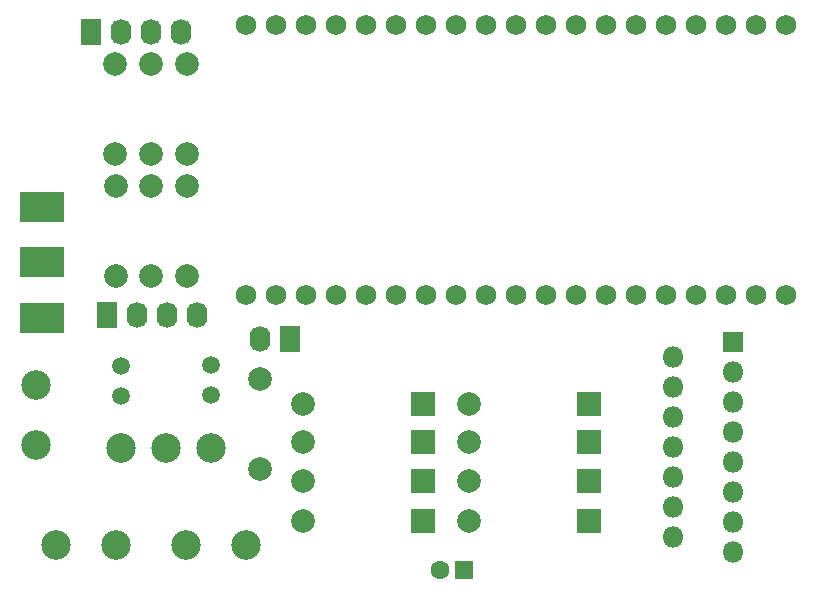
<source format=gbr>
%TF.GenerationSoftware,KiCad,Pcbnew,7.0.1*%
%TF.CreationDate,2023-05-16T08:56:38-03:00*%
%TF.ProjectId,fulbo,66756c62-6f2e-46b6-9963-61645f706362,rev?*%
%TF.SameCoordinates,Original*%
%TF.FileFunction,Soldermask,Bot*%
%TF.FilePolarity,Negative*%
%FSLAX46Y46*%
G04 Gerber Fmt 4.6, Leading zero omitted, Abs format (unit mm)*
G04 Created by KiCad (PCBNEW 7.0.1) date 2023-05-16 08:56:38*
%MOMM*%
%LPD*%
G01*
G04 APERTURE LIST*
%ADD10C,1.998980*%
%ADD11C,1.750000*%
%ADD12R,1.998980X1.998980*%
%ADD13R,1.750000X2.200000*%
%ADD14O,1.750000X2.200000*%
%ADD15C,2.499360*%
%ADD16R,3.810000X2.540000*%
%ADD17C,2.500000*%
%ADD18C,1.501140*%
%ADD19R,1.600000X1.600000*%
%ADD20C,1.600000*%
%ADD21R,1.800000X1.800000*%
%ADD22O,1.800000X1.800000*%
%ADD23R,1.750000X2.199640*%
%ADD24O,1.750000X2.199640*%
G04 APERTURE END LIST*
D10*
%TO.C,R4*%
X57700000Y-45290000D03*
X57700000Y-52910000D03*
%TD*%
D11*
%TO.C,U1*%
X62700000Y-54460000D03*
X65240000Y-54460000D03*
X67780000Y-54460000D03*
X70320000Y-54460000D03*
X72860000Y-54460000D03*
X75400000Y-54460000D03*
X77940000Y-54460000D03*
X80480000Y-54460000D03*
X83020000Y-54460000D03*
X85560000Y-54460000D03*
X88100000Y-54460000D03*
X90640000Y-54460000D03*
X93180000Y-54460000D03*
X95720000Y-54460000D03*
X98260000Y-54460000D03*
X100800000Y-54460000D03*
X103340000Y-54460000D03*
X105880000Y-54460000D03*
X108420000Y-54460000D03*
X108420000Y-31600000D03*
X105880000Y-31600000D03*
X103340000Y-31600000D03*
X100800000Y-31600000D03*
X98260000Y-31600000D03*
X95720000Y-31600000D03*
X93180000Y-31600000D03*
X90640000Y-31600000D03*
X88100000Y-31600000D03*
X85560000Y-31600000D03*
X83020000Y-31600000D03*
X80480000Y-31600000D03*
X77940000Y-31600000D03*
X75400000Y-31600000D03*
X72860000Y-31600000D03*
X70320000Y-31600000D03*
X67780000Y-31600000D03*
X65240000Y-31600000D03*
X62700000Y-31600000D03*
%TD*%
D10*
%TO.C,D2*%
X67520000Y-63700000D03*
D12*
X77680000Y-63700000D03*
%TD*%
D10*
%TO.C,R7*%
X57670000Y-42510000D03*
X57670000Y-34890000D03*
%TD*%
D13*
%TO.C,J6*%
X50880000Y-56200000D03*
D14*
X53420000Y-56200000D03*
X55960000Y-56200000D03*
X58500000Y-56200000D03*
%TD*%
D15*
%TO.C,U3*%
X52090000Y-67400000D03*
X55900000Y-67400000D03*
X59710000Y-67400000D03*
%TD*%
D16*
%TO.C,SW1*%
X45400000Y-47000000D03*
X45400000Y-51700000D03*
X45400000Y-56400000D03*
%TD*%
D13*
%TO.C,J4*%
X49560000Y-32200000D03*
D14*
X52100000Y-32200000D03*
X54640000Y-32200000D03*
X57180000Y-32200000D03*
%TD*%
D10*
%TO.C,R1*%
X63830000Y-69210000D03*
X63830000Y-61590000D03*
%TD*%
%TO.C,R3*%
X54668000Y-45290000D03*
X54668000Y-52910000D03*
%TD*%
D17*
%TO.C,J3*%
X44900000Y-62100000D03*
X44900000Y-67180000D03*
%TD*%
D18*
%TO.C,C3*%
X59710000Y-62970000D03*
X59710000Y-60430000D03*
%TD*%
D10*
%TO.C,D6*%
X67520000Y-70200000D03*
D12*
X77680000Y-70200000D03*
%TD*%
D19*
%TO.C,C1*%
X81100000Y-77800000D03*
D20*
X79100000Y-77800000D03*
%TD*%
D21*
%TO.C,U4*%
X103900000Y-58460000D03*
D22*
X98820000Y-59730000D03*
X103900000Y-61000000D03*
X98820000Y-62270000D03*
X103900000Y-63540000D03*
X98820000Y-64810000D03*
X103900000Y-66080000D03*
X98820000Y-67350000D03*
X103900000Y-68620000D03*
X98820000Y-69890000D03*
X103900000Y-71160000D03*
X98820000Y-72430000D03*
X103900000Y-73700000D03*
X98820000Y-74970000D03*
X103900000Y-76240000D03*
%TD*%
D10*
%TO.C,D3*%
X81520000Y-66900000D03*
D12*
X91680000Y-66900000D03*
%TD*%
D10*
%TO.C,D1*%
X81520000Y-63700000D03*
D12*
X91680000Y-63700000D03*
%TD*%
D10*
%TO.C,D4*%
X67520000Y-66900000D03*
D12*
X77680000Y-66900000D03*
%TD*%
D17*
%TO.C,J7*%
X46620000Y-75676250D03*
X51700000Y-75676250D03*
%TD*%
D10*
%TO.C,R5*%
X51606000Y-42510000D03*
X51606000Y-34890000D03*
%TD*%
%TO.C,R2*%
X51636000Y-45290000D03*
X51636000Y-52910000D03*
%TD*%
%TO.C,D8*%
X67520000Y-73600000D03*
D12*
X77680000Y-73600000D03*
%TD*%
D18*
%TO.C,C2*%
X52110000Y-63070000D03*
X52110000Y-60530000D03*
%TD*%
D10*
%TO.C,R6*%
X54638000Y-42510000D03*
X54638000Y-34890000D03*
%TD*%
D23*
%TO.C,D9*%
X66370000Y-58182500D03*
D24*
X63830000Y-58182500D03*
%TD*%
D10*
%TO.C,D7*%
X81520000Y-73600000D03*
D12*
X91680000Y-73600000D03*
%TD*%
D17*
%TO.C,J5*%
X57620000Y-75676250D03*
X62700000Y-75676250D03*
%TD*%
D10*
%TO.C,D5*%
X81520000Y-70200000D03*
D12*
X91680000Y-70200000D03*
%TD*%
M02*

</source>
